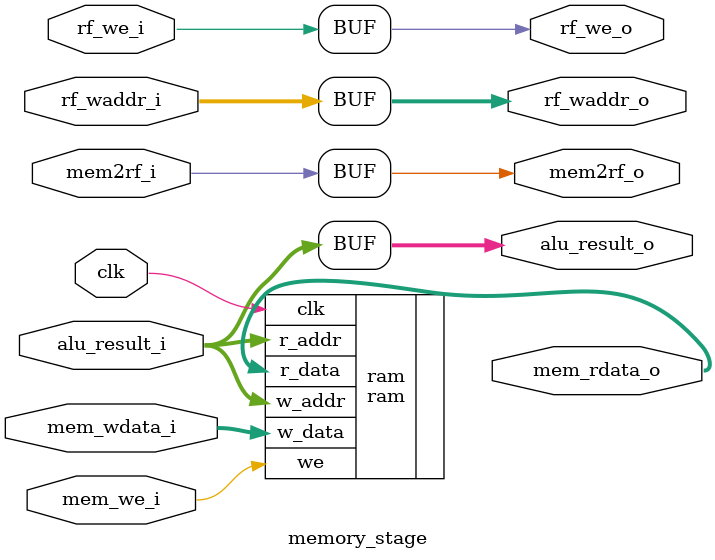
<source format=v>
module memory_stage(
  input        clk,

  input        rf_we_i,
  input        mem_we_i,
  input        mem2rf_i,
  input  [31:0]mem_wdata_i,
  input  [31:0]rf_waddr_i,
  input  [31:0]alu_result_i,

  output       rf_we_o,
  output [31:0]rf_waddr_o,
  output       mem2rf_o,
  output [31:0]mem_rdata_o,
  output [31:0]alu_result_o
);

assign rf_we_o      = rf_we_i;
assign rf_waddr_o   = rf_waddr_i;
assign mem2rf_o     = mem2rf_i;
assign alu_result_o = alu_result_i;

ram ram(
  .clk(clk),
  .r_addr(alu_result_i),
  .w_addr(alu_result_i),
  .w_data(mem_wdata_i),
  .we(mem_we_i),
  .r_data(mem_rdata_o)
);

endmodule


</source>
